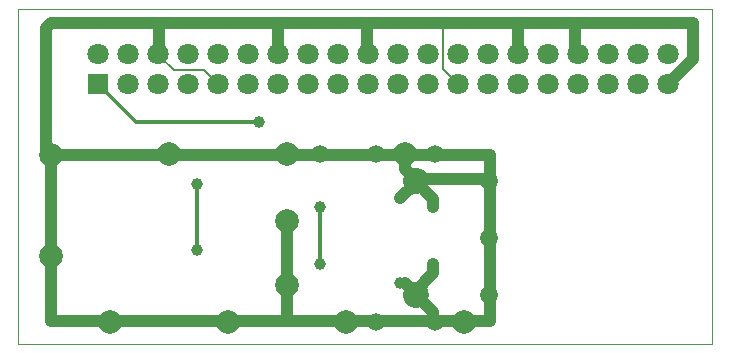
<source format=gbl>
%FSLAX23Y23*%
%MOMM*%
%AMPASTRA*
21,1,$5,$6,$1+$12,$2+$13,0*
21,1,$3,$4,$1+$12,$2+$13,0*
1,1,$7,$10+$12,$11+$13*
1,1,$7,$8+$12,$11+$13*
1,1,$7,$10+$12,$9+$13*
1,1,$7,$8+$12,$9+$13*%
%ADD10C,0.3*%
%ADD11C,1*%
%ADD12C,0.2*%
%ADD13C,1.8*%
%ADD14R,1.8X1.8*%
%ADD15PASTRA,0X0X1.8X0.6X0.6X1.8X1.2X-0.3X-0.3X0.3X0.3X0X0*%
%ADD16C,0.16*%
%ADD17R,2X0.5*%
%ADD18C,2.2*%
%ADD19C,1.6*%
%ADD20C,2*%
%ADD21C,1.5*%
%ADD22C,0.8*%
%ADD23C,0.24*%
%ADD24C,1*%
%ADD25C,0.05*%
%LPD*%
G54D11*
X45440Y12140D02*
X45440Y11440D01*
G54D11*
X45440Y12140D02*
X43940Y13640D01*
G54D11*
X45440Y5840D02*
X43840Y4240D01*
G54D11*
X45440Y6640D02*
X45440Y5840D01*
G54D11*
X45440Y15840D02*
X33040Y15840D01*
G54D12*
X45540Y15940D02*
X45440Y15840D01*
G54D11*
X13040Y1840D02*
X13040Y15840D01*
G54D11*
X13040Y1840D02*
X50240Y1840D01*
G54D11*
X50240Y1840D02*
X50240Y15840D01*
G54D11*
X50240Y15840D02*
X45440Y15840D01*
G54D11*
X43040Y14640D02*
X44240Y13440D01*
G54D11*
X43040Y14640D02*
X43040Y15940D01*
G54D11*
X45440Y2540D02*
X45440Y1840D01*
G54D11*
X43940Y4040D02*
X45440Y2540D01*
G54D11*
X42640Y12240D02*
X43840Y13440D01*
G54D11*
X43040Y5040D02*
X43840Y4240D01*
G54D12*
X42640Y5040D02*
X43040Y5040D01*
G54D11*
X22240Y24500D02*
X22240Y27040D01*
G54D12*
X22120Y24380D02*
X22240Y24500D01*
G54D11*
X13040Y27040D02*
X12640Y26640D01*
G54D11*
X22240Y27040D02*
X13040Y27040D01*
G54D12*
X12640Y16240D02*
X13040Y15840D01*
G54D11*
X12640Y26640D02*
X12640Y16240D01*
G54D12*
X26000Y23040D02*
X23440Y23040D01*
G54D12*
X27200Y21840D02*
X26000Y23040D01*
G54D12*
X23440Y23040D02*
X22240Y24240D01*
G54D11*
X22240Y27040D02*
X67440Y27040D01*
G54D11*
X32240Y24420D02*
X32240Y27040D01*
G54D12*
X32280Y24380D02*
X32240Y24420D01*
G54D11*
X39840Y24440D02*
X39840Y27040D01*
G54D12*
X39900Y24380D02*
X39840Y24440D01*
G54D12*
X46240Y23120D02*
X46240Y27040D01*
G54D12*
X47520Y21840D02*
X46240Y23120D01*
G54D11*
X52640Y24420D02*
X52640Y27040D01*
G54D12*
X52600Y24380D02*
X52640Y24420D01*
G54D11*
X57440Y24620D02*
X57440Y27040D01*
G54D12*
X57680Y24380D02*
X57440Y24620D01*
G54D11*
X67440Y23980D02*
X67440Y27040D01*
G54D11*
X65300Y21840D02*
X67440Y23980D01*
G54D10*
X20240Y18640D02*
X17040Y21840D01*
G54D10*
X30640Y18640D02*
X20240Y18640D01*
G54D11*
X49940Y13840D02*
X44240Y13840D01*
G54D12*
X50140Y13640D02*
X49940Y13840D01*
G54D10*
X35840Y11440D02*
X35840Y6640D01*
G54D10*
X25440Y13440D02*
X25440Y7840D01*
G54D11*
X33040Y10240D02*
X33040Y1840D01*
G54D12*
X23040Y15940D02*
X22940Y15840D01*
G54D11*
X22940Y15840D02*
X13040Y15840D01*
G54D11*
X23040Y15940D02*
X23140Y15840D01*
G54D11*
X23140Y15840D02*
X33040Y15840D01*
G54D13*
X17040Y24380D03*
G54D13*
X19580Y24380D03*
G54D13*
X22120Y24380D03*
G54D13*
X24660Y24380D03*
G54D13*
X27200Y24380D03*
G54D13*
X29740Y24380D03*
G54D13*
X32280Y24380D03*
G54D13*
X34820Y24380D03*
G54D13*
X37360Y24380D03*
G54D13*
X39900Y24380D03*
G54D13*
X42440Y24380D03*
G54D13*
X44980Y24380D03*
G54D13*
X47520Y24380D03*
G54D13*
X50060Y24380D03*
G54D13*
X52600Y24380D03*
G54D13*
X55140Y24380D03*
G54D13*
X57680Y24380D03*
G54D13*
X60220Y24380D03*
G54D13*
X62760Y24380D03*
G54D13*
X65300Y24380D03*
G54D14*
X17040Y21840D03*
G54D13*
X19580Y21840D03*
G54D13*
X22120Y21840D03*
G54D13*
X24660Y21840D03*
G54D13*
X27200Y21840D03*
G54D13*
X29740Y21840D03*
G54D13*
X32280Y21840D03*
G54D13*
X34820Y21840D03*
G54D13*
X37360Y21840D03*
G54D13*
X39900Y21840D03*
G54D13*
X42440Y21840D03*
G54D13*
X44980Y21840D03*
G54D13*
X47520Y21840D03*
G54D13*
X50060Y21840D03*
G54D13*
X52600Y21840D03*
G54D13*
X55140Y21840D03*
G54D13*
X57680Y21840D03*
G54D13*
X60220Y21840D03*
G54D13*
X62760Y21840D03*
G54D13*
X65300Y21840D03*
G54D18*
X43940Y4040D03*
G54D18*
X43940Y13640D03*
G54D20*
X43040Y15940D03*
G54D20*
X48040Y1740D03*
G54D20*
X38040Y1740D03*
G54D20*
X33040Y15940D03*
G54D20*
X28040Y1740D03*
G54D20*
X18040Y1740D03*
G54D20*
X23040Y15940D03*
G54D20*
X13040Y15840D03*
G54D20*
X33040Y4840D03*
G54D20*
X33040Y10240D03*
G54D20*
X13040Y7340D03*
G54D21*
X40540Y15940D03*
G54D21*
X45540Y15940D03*
G54D21*
X45540Y1740D03*
G54D21*
X40540Y1740D03*
G54D21*
X35840Y15940D03*
G54D21*
X50140Y13640D03*
G54D21*
X50140Y8840D03*
G54D21*
X50140Y4040D03*
G54D24*
X42640Y12240D03*
G54D24*
X42640Y5040D03*
G54D24*
X45440Y6640D03*
G54D24*
X45440Y11440D03*
G54D24*
X30640Y18640D03*
G54D24*
X35840Y11440D03*
G54D24*
X35840Y6640D03*
G54D24*
X25440Y7840D03*
G54D24*
X25440Y13440D03*
G54D25*
X10240Y28240D02*
X69040Y28240D01*
G54D25*
X69040Y-00160D02*
X69040Y28240D01*
G54D25*
X10240Y-00160D02*
X69040Y-00160D01*
G54D25*
X10240Y28240D02*
X10240Y-00160D01*
M02*

</source>
